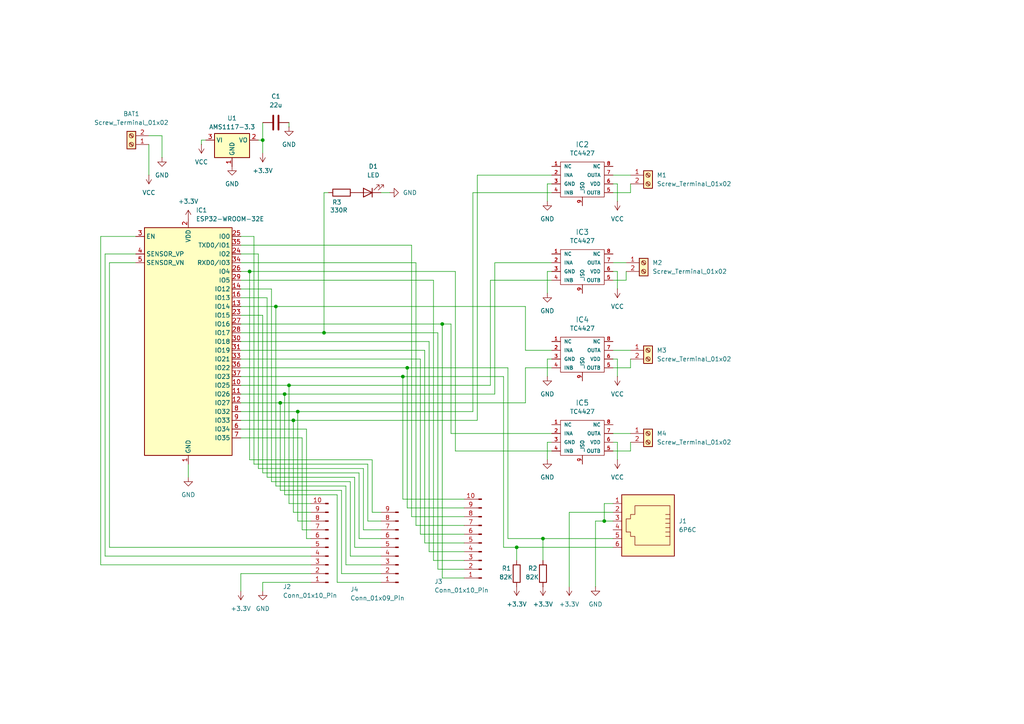
<source format=kicad_sch>
(kicad_sch (version 20231120) (generator "eeschema") (generator_version "8.0")
  (paper "A4")
  (lib_symbols
    (symbol "Connector:6P6C" (pin_names (offset 1.016))
      (property "Reference" "J" (at -5.08 11.43 0))
      (property "Value" "6P6C" (at 2.54 11.43 0))
      (symbol "6P6C_0_1"
        (polyline (pts (xy -6.35 -1.905) (xy -5.08 -1.905) (xy -5.08 -1.905)))
        (polyline (pts (xy -6.35 -0.635) (xy -5.08 -0.635) (xy -5.08 -0.635)))
        (polyline (pts (xy -6.35 0.635) (xy -5.08 0.635) (xy -5.08 0.635)))
        (polyline (pts (xy -6.35 1.905) (xy -5.08 1.905) (xy -5.08 1.905)))
        (polyline (pts (xy -6.35 3.175) (xy -5.08 3.175) (xy -5.08 3.175)))
        (polyline (pts (xy -5.08 4.445) (xy -6.35 4.445) (xy -6.35 4.445)))
        (polyline (pts (xy -6.35 -4.445) (xy -6.35 6.985) (xy 3.81 6.985) (xy 3.81 4.445) (xy 5.08 4.445) (xy 5.08 3.175) (xy 6.35 3.175) (xy 6.35 -0.635) (xy 5.08 -0.635) (xy 5.08 -1.905) (xy 3.81 -1.905) (xy 3.81 -4.445) (xy -6.35 -4.445) (xy -6.35 -4.445)))
        (rectangle (start 7.62 10.16) (end -7.62 -7.62) (stroke (width 0.254)) (fill (type background)))
      )
      (symbol "6P6C_1_1"
        (pin passive line (at 10.16 -5.08 180) (length 2.54) (name "~") (number "1"))
        (pin passive line (at 10.16 -2.54 180) (length 2.54) (name "~") (number "2"))
        (pin passive line (at 10.16 0 180) (length 2.54) (name "~") (number "3"))
        (pin passive line (at 10.16 2.54 180) (length 2.54) (name "~") (number "4"))
        (pin passive line (at 10.16 5.08 180) (length 2.54) (name "~") (number "5"))
        (pin passive line (at 10.16 7.62 180) (length 2.54) (name "~") (number "6"))
      )
    )
    (symbol "Connector:Conn_01x09_Pin" (pin_names (offset 1.016) hide)
      (property "Reference" "J" (at 0 12.7 0))
      (property "Value" "Conn_01x09_Pin" (at 0 -12.7 0))
      (symbol "Conn_01x09_Pin_1_1"
        (polyline (pts (xy 1.27 -10.16) (xy 0.8636 -10.16)) (stroke (width 0.1524)))
        (polyline (pts (xy 1.27 -7.62) (xy 0.8636 -7.62)) (stroke (width 0.1524)))
        (polyline (pts (xy 1.27 -5.08) (xy 0.8636 -5.08)) (stroke (width 0.1524)))
        (polyline (pts (xy 1.27 -2.54) (xy 0.8636 -2.54)) (stroke (width 0.1524)))
        (polyline (pts (xy 1.27 0) (xy 0.8636 0)) (stroke (width 0.1524)))
        (polyline (pts (xy 1.27 2.54) (xy 0.8636 2.54)) (stroke (width 0.1524)))
        (polyline (pts (xy 1.27 5.08) (xy 0.8636 5.08)) (stroke (width 0.1524)))
        (polyline (pts (xy 1.27 7.62) (xy 0.8636 7.62)) (stroke (width 0.1524)))
        (polyline (pts (xy 1.27 10.16) (xy 0.8636 10.16)) (stroke (width 0.1524)))
        (rectangle (start 0.8636 -10.033) (end 0 -10.287) (stroke (width 0.1524)) (fill (type outline)))
        (rectangle (start 0.8636 -7.493) (end 0 -7.747) (stroke (width 0.1524)) (fill (type outline)))
        (rectangle (start 0.8636 -4.953) (end 0 -5.207) (stroke (width 0.1524)) (fill (type outline)))
        (rectangle (start 0.8636 -2.413) (end 0 -2.667) (stroke (width 0.1524)) (fill (type outline)))
        (rectangle (start 0.8636 0.127) (end 0 -0.127) (stroke (width 0.1524)) (fill (type outline)))
        (rectangle (start 0.8636 2.667) (end 0 2.413) (stroke (width 0.1524)) (fill (type outline)))
        (rectangle (start 0.8636 5.207) (end 0 4.953) (stroke (width 0.1524)) (fill (type outline)))
        (rectangle (start 0.8636 7.747) (end 0 7.493) (stroke (width 0.1524)) (fill (type outline)))
        (rectangle (start 0.8636 10.287) (end 0 10.033) (stroke (width 0.1524)) (fill (type outline)))
        (pin passive line (at 5.08 10.16 180) (length 3.81) (name "Pin_1") (number "1"))
        (pin passive line (at 5.08 7.62 180) (length 3.81) (name "Pin_2") (number "2"))
        (pin passive line (at 5.08 5.08 180) (length 3.81) (name "Pin_3") (number "3"))
        (pin passive line (at 5.08 2.54 180) (length 3.81) (name "Pin_4") (number "4"))
        (pin passive line (at 5.08 0 180) (length 3.81) (name "Pin_5") (number "5"))
        (pin passive line (at 5.08 -2.54 180) (length 3.81) (name "Pin_6") (number "6"))
        (pin passive line (at 5.08 -5.08 180) (length 3.81) (name "Pin_7") (number "7"))
        (pin passive line (at 5.08 -7.62 180) (length 3.81) (name "Pin_8") (number "8"))
        (pin passive line (at 5.08 -10.16 180) (length 3.81) (name "Pin_9") (number "9"))
      )
    )
    (symbol "Connector:Conn_01x10_Pin" (pin_names (offset 1.016) hide)
      (property "Reference" "J" (at 0 12.7 0))
      (property "Value" "Conn_01x10_Pin" (at 0 -15.24 0))
      (symbol "Conn_01x10_Pin_1_1"
        (polyline (pts (xy 1.27 -12.7) (xy 0.8636 -12.7)) (stroke (width 0.1524)))
        (polyline (pts (xy 1.27 -10.16) (xy 0.8636 -10.16)) (stroke (width 0.1524)))
        (polyline (pts (xy 1.27 -7.62) (xy 0.8636 -7.62)) (stroke (width 0.1524)))
        (polyline (pts (xy 1.27 -5.08) (xy 0.8636 -5.08)) (stroke (width 0.1524)))
        (polyline (pts (xy 1.27 -2.54) (xy 0.8636 -2.54)) (stroke (width 0.1524)))
        (polyline (pts (xy 1.27 0) (xy 0.8636 0)) (stroke (width 0.1524)))
        (polyline (pts (xy 1.27 2.54) (xy 0.8636 2.54)) (stroke (width 0.1524)))
        (polyline (pts (xy 1.27 5.08) (xy 0.8636 5.08)) (stroke (width 0.1524)))
        (polyline (pts (xy 1.27 7.62) (xy 0.8636 7.62)) (stroke (width 0.1524)))
        (polyline (pts (xy 1.27 10.16) (xy 0.8636 10.16)) (stroke (width 0.1524)))
        (rectangle (start 0.8636 -12.573) (end 0 -12.827) (stroke (width 0.1524)) (fill (type outline)))
        (rectangle (start 0.8636 -10.033) (end 0 -10.287) (stroke (width 0.1524)) (fill (type outline)))
        (rectangle (start 0.8636 -7.493) (end 0 -7.747) (stroke (width 0.1524)) (fill (type outline)))
        (rectangle (start 0.8636 -4.953) (end 0 -5.207) (stroke (width 0.1524)) (fill (type outline)))
        (rectangle (start 0.8636 -2.413) (end 0 -2.667) (stroke (width 0.1524)) (fill (type outline)))
        (rectangle (start 0.8636 0.127) (end 0 -0.127) (stroke (width 0.1524)) (fill (type outline)))
        (rectangle (start 0.8636 2.667) (end 0 2.413) (stroke (width 0.1524)) (fill (type outline)))
        (rectangle (start 0.8636 5.207) (end 0 4.953) (stroke (width 0.1524)) (fill (type outline)))
        (rectangle (start 0.8636 7.747) (end 0 7.493) (stroke (width 0.1524)) (fill (type outline)))
        (rectangle (start 0.8636 10.287) (end 0 10.033) (stroke (width 0.1524)) (fill (type outline)))
        (pin passive line (at 5.08 10.16 180) (length 3.81) (name "Pin_1") (number "1"))
        (pin passive line (at 5.08 -12.7 180) (length 3.81) (name "Pin_10") (number "10"))
        (pin passive line (at 5.08 7.62 180) (length 3.81) (name "Pin_2") (number "2"))
        (pin passive line (at 5.08 5.08 180) (length 3.81) (name "Pin_3") (number "3"))
        (pin passive line (at 5.08 2.54 180) (length 3.81) (name "Pin_4") (number "4"))
        (pin passive line (at 5.08 0 180) (length 3.81) (name "Pin_5") (number "5"))
        (pin passive line (at 5.08 -2.54 180) (length 3.81) (name "Pin_6") (number "6"))
        (pin passive line (at 5.08 -5.08 180) (length 3.81) (name "Pin_7") (number "7"))
        (pin passive line (at 5.08 -7.62 180) (length 3.81) (name "Pin_8") (number "8"))
        (pin passive line (at 5.08 -10.16 180) (length 3.81) (name "Pin_9") (number "9"))
      )
    )
    (symbol "Connector:Screw_Terminal_01x02" (pin_names (offset 1.016) hide)
      (property "Reference" "J" (at 0 2.54 0))
      (property "Value" "Screw_Terminal_01x02" (at 0 -5.08 0))
      (symbol "Screw_Terminal_01x02_1_1"
        (rectangle (start -1.27 1.27) (end 1.27 -3.81) (stroke (width 0.254)) (fill (type background)))
        (circle (center 0 -2.54) (radius 0.635) (stroke (width 0.1524)))
        (polyline (pts (xy -0.5334 -2.2098) (xy 0.3302 -3.048)) (stroke (width 0.1524)))
        (polyline (pts (xy -0.5334 0.3302) (xy 0.3302 -0.508)) (stroke (width 0.1524)))
        (polyline (pts (xy -0.3556 -2.032) (xy 0.508 -2.8702)) (stroke (width 0.1524)))
        (polyline (pts (xy -0.3556 0.508) (xy 0.508 -0.3302)) (stroke (width 0.1524)))
        (circle (center 0 0) (radius 0.635) (stroke (width 0.1524)))
        (pin passive line (at -5.08 0 0) (length 3.81) (name "Pin_1") (number "1"))
        (pin passive line (at -5.08 -2.54 0) (length 3.81) (name "Pin_2") (number "2"))
      )
    )
    (symbol "Device:C" (pin_numbers hide) (pin_names (offset 0.254))
      (property "Reference" "C" (at 0.635 2.54 0))
      (property "Value" "C" (at 0.635 -2.54 0))
      (symbol "C_0_1"
        (polyline (pts (xy -2.032 -0.762) (xy 2.032 -0.762)) (stroke (width 0.508)))
        (polyline (pts (xy -2.032 0.762) (xy 2.032 0.762)) (stroke (width 0.508)))
      )
      (symbol "C_1_1"
        (pin passive line (at 0 3.81 270) (length 2.794) (name "~") (number "1"))
        (pin passive line (at 0 -3.81 90) (length 2.794) (name "~") (number "2"))
      )
    )
    (symbol "Device:LED" (pin_numbers hide) (pin_names (offset 1.016) hide)
      (property "Reference" "D" (at 0 2.54 0))
      (property "Value" "LED" (at 0 -2.54 0))
      (symbol "LED_0_1"
        (polyline (pts (xy -1.27 -1.27) (xy -1.27 1.27)) (stroke (width 0.254)))
        (polyline (pts (xy -1.27 0) (xy 1.27 0)))
        (polyline (pts (xy 1.27 -1.27) (xy 1.27 1.27) (xy -1.27 0) (xy 1.27 -1.27)) (stroke (width 0.254)))
        (polyline (pts (xy -3.048 -0.762) (xy -4.572 -2.286) (xy -3.81 -2.286) (xy -4.572 -2.286) (xy -4.572 -1.524)))
        (polyline (pts (xy -1.778 -0.762) (xy -3.302 -2.286) (xy -2.54 -2.286) (xy -3.302 -2.286) (xy -3.302 -1.524)))
      )
      (symbol "LED_1_1"
        (pin passive line (at -3.81 0 0) (length 2.54) (name "K") (number "1"))
        (pin passive line (at 3.81 0 180) (length 2.54) (name "A") (number "2"))
      )
    )
    (symbol "Device:R" (pin_numbers hide) (pin_names (offset 0))
      (property "Reference" "R" (at 2.032 0 90))
      (property "Value" "R" (at 0 0 90))
      (symbol "R_0_1"
        (rectangle (start -1.016 -2.54) (end 1.016 2.54) (stroke (width 0.254)))
      )
      (symbol "R_1_1"
        (pin passive line (at 0 3.81 270) (length 1.27) (name "~") (number "1"))
        (pin passive line (at 0 -3.81 90) (length 1.27) (name "~") (number "2"))
      )
    )
    (symbol "RF_Module:ESP32-WROOM-32E"
      (property "Reference" "U" (at -12.7 34.29 0))
      (property "Value" "ESP32-WROOM-32E" (at 1.27 34.29 0))
      (symbol "ESP32-WROOM-32E_0_1"
        (rectangle (start -12.7 33.02) (end 12.7 -33.02) (stroke (width 0.254)) (fill (type background)))
      )
      (symbol "ESP32-WROOM-32E_1_1"
        (pin power_in line (at 0 -35.56 90) (length 2.54) (name "GND") (number "1"))
        (pin bidirectional line (at 15.24 -12.7 180) (length 2.54) (name "IO25") (number "10"))
        (pin bidirectional line (at 15.24 -15.24 180) (length 2.54) (name "IO26") (number "11"))
        (pin bidirectional line (at 15.24 -17.78 180) (length 2.54) (name "IO27") (number "12"))
        (pin bidirectional line (at 15.24 10.16 180) (length 2.54) (name "IO14") (number "13"))
        (pin bidirectional line (at 15.24 15.24 180) (length 2.54) (name "IO12") (number "14"))
        (pin passive line (at 0 -35.56 90) (length 2.54) hide (name "GND") (number "15"))
        (pin bidirectional line (at 15.24 12.7 180) (length 2.54) (name "IO13") (number "16"))
        (pin no_connect line (at -12.7 -5.08 0) (length 2.54) hide (name "NC") (number "17"))
        (pin no_connect line (at -12.7 -7.62 0) (length 2.54) hide (name "NC") (number "18"))
        (pin no_connect line (at -12.7 -12.7 0) (length 2.54) hide (name "NC") (number "19"))
        (pin power_in line (at 0 35.56 270) (length 2.54) (name "VDD") (number "2"))
        (pin no_connect line (at -12.7 -10.16 0) (length 2.54) hide (name "NC") (number "20"))
        (pin no_connect line (at -12.7 0 0) (length 2.54) hide (name "NC") (number "21"))
        (pin no_connect line (at -12.7 -2.54 0) (length 2.54) hide (name "NC") (number "22"))
        (pin bidirectional line (at 15.24 7.62 180) (length 2.54) (name "IO15") (number "23"))
        (pin bidirectional line (at 15.24 25.4 180) (length 2.54) (name "IO2") (number "24"))
        (pin bidirectional line (at 15.24 30.48 180) (length 2.54) (name "IO0") (number "25"))
        (pin bidirectional line (at 15.24 20.32 180) (length 2.54) (name "IO4") (number "26"))
        (pin bidirectional line (at 15.24 5.08 180) (length 2.54) (name "IO16") (number "27"))
        (pin bidirectional line (at 15.24 2.54 180) (length 2.54) (name "IO17") (number "28"))
        (pin bidirectional line (at 15.24 17.78 180) (length 2.54) (name "IO5") (number "29"))
        (pin input line (at -15.24 30.48 0) (length 2.54) (name "EN") (number "3"))
        (pin bidirectional line (at 15.24 0 180) (length 2.54) (name "IO18") (number "30"))
        (pin bidirectional line (at 15.24 -2.54 180) (length 2.54) (name "IO19") (number "31"))
        (pin no_connect line (at -12.7 -27.94 0) (length 2.54) hide (name "NC") (number "32"))
        (pin bidirectional line (at 15.24 -5.08 180) (length 2.54) (name "IO21") (number "33"))
        (pin bidirectional line (at 15.24 22.86 180) (length 2.54) (name "RXD0/IO3") (number "34"))
        (pin bidirectional line (at 15.24 27.94 180) (length 2.54) (name "TXD0/IO1") (number "35"))
        (pin bidirectional line (at 15.24 -7.62 180) (length 2.54) (name "IO22") (number "36"))
        (pin bidirectional line (at 15.24 -10.16 180) (length 2.54) (name "IO23") (number "37"))
        (pin passive line (at 0 -35.56 90) (length 2.54) hide (name "GND") (number "38"))
        (pin passive line (at 0 -35.56 90) (length 2.54) hide (name "GND") (number "39"))
        (pin input line (at -15.24 25.4 0) (length 2.54) (name "SENSOR_VP") (number "4"))
        (pin input line (at -15.24 22.86 0) (length 2.54) (name "SENSOR_VN") (number "5"))
        (pin input line (at 15.24 -25.4 180) (length 2.54) (name "IO34") (number "6"))
        (pin input line (at 15.24 -27.94 180) (length 2.54) (name "IO35") (number "7"))
        (pin bidirectional line (at 15.24 -20.32 180) (length 2.54) (name "IO32") (number "8"))
        (pin bidirectional line (at 15.24 -22.86 180) (length 2.54) (name "IO33") (number "9"))
      )
    )
    (symbol "Regulator_Linear:AMS1117-3.3"
      (property "Reference" "U" (at -3.81 3.175 0))
      (property "Value" "AMS1117-3.3" (at 0 3.175 0))
      (symbol "AMS1117-3.3_0_1"
        (rectangle (start -5.08 -5.08) (end 5.08 1.905) (stroke (width 0.254)) (fill (type background)))
      )
      (symbol "AMS1117-3.3_1_1"
        (pin power_in line (at 0 -7.62 90) (length 2.54) (name "GND") (number "1"))
        (pin power_out line (at 7.62 0 180) (length 2.54) (name "VO") (number "2"))
        (pin power_in line (at -7.62 0 0) (length 2.54) (name "VI") (number "3"))
      )
    )
    (symbol "power:+3.3V" (power) (pin_numbers hide) (pin_names (offset 0) hide)
      (property "Value" "+3.3V" (at 0 3.556 0))
      (symbol "+3.3V_0_1"
        (polyline (pts (xy -0.762 1.27) (xy 0 2.54)))
        (polyline (pts (xy 0 0) (xy 0 2.54)))
        (polyline (pts (xy 0 2.54) (xy 0.762 1.27)))
      )
      (symbol "+3.3V_1_1"
        (pin power_in line (at 0 0 90) (length 0) (name "~") (number "1"))
      )
    )
    (symbol "power:GND" (power) (pin_numbers hide) (pin_names (offset 0) hide)
      (property "Value" "GND" (at 0 -3.81 0))
      (symbol "GND_0_1"
        (polyline (pts (xy 0 0) (xy 0 -1.27) (xy 1.27 -1.27) (xy 0 -2.54) (xy -1.27 -1.27) (xy 0 -1.27)))
      )
      (symbol "GND_1_1"
        (pin power_in line (at 0 0 270) (length 0) (name "~") (number "1"))
      )
    )
    (symbol "power:VCC" (power) (pin_numbers hide) (pin_names (offset 0) hide)
      (property "Value" "VCC" (at 0 3.556 0))
      (symbol "VCC_0_1"
        (polyline (pts (xy -0.762 1.27) (xy 0 2.54)))
        (polyline (pts (xy 0 0) (xy 0 2.54)))
        (polyline (pts (xy 0 2.54) (xy 0.762 1.27)))
      )
      (symbol "VCC_1_1"
        (pin power_in line (at 0 0 90) (length 0) (name "~") (number "1"))
      )
    )
    (symbol "tc4427:TC4427" (pin_names (offset 1.016))
      (property "Reference" "U" (at 0 6.35 0))
      (property "Value" "TC4427" (at 3.81 -6.35 0))
      (symbol "TC4427_0_1"
        (rectangle (start -6.35 5.08) (end 6.35 -5.08))
      )
      (symbol "TC4427_1_1"
        (pin passive line (at -8.89 3.81 0) (length 2.54) (name "NC") (number "1"))
        (pin passive line (at -8.89 1.27 0) (length 2.54) (name "INA") (number "2"))
        (pin passive line (at -8.89 -1.27 0) (length 2.54) (name "GND") (number "3"))
        (pin passive line (at -8.89 -3.81 0) (length 2.54) (name "INB") (number "4"))
        (pin passive line (at 8.89 -3.81 180) (length 2.54) (name "OUTB") (number "5"))
        (pin passive line (at 8.89 -1.27 180) (length 2.54) (name "VDD") (number "6"))
        (pin passive line (at 8.89 1.27 180) (length 2.54) (name "OUTA") (number "7"))
        (pin passive line (at 8.89 3.81 180) (length 2.54) (name "NC") (number "8"))
        (pin passive line (at 0 -7.62 90) (length 2.54) (name "_ISO") (number "9"))
      )
    )
  )
  (junction (at 76.2 40.64))
  (junction (at 116.84 109.22))
  (junction (at 175.26 151.13))
  (junction (at 83.82 111.76))
  (junction (at 72.39 78.74))
  (junction (at 118.11 106.68))
  (junction (at 157.48 156.21))
  (junction (at 149.86 158.75))
  (junction (at 81.28 116.84))
  (junction (at 85.09 121.92))
  (junction (at 80.01 88.9))
  (junction (at 128.27 93.98))
  (junction (at 93.98 96.52))
  (junction (at 82.55 114.3))
  (junction (at 86.36 119.38))
  (wire (pts (xy 179.07 58.42) (xy 179.07 53.34)))
  (wire (pts (xy 106.68 134.62) (xy 106.68 151.13)))
  (wire (pts (xy 30.48 73.66) (xy 30.48 161.29)))
  (wire (pts (xy 177.8 76.2) (xy 181.61 76.2)))
  (wire (pts (xy 177.8 106.68) (xy 182.88 106.68)))
  (wire (pts (xy 182.88 55.88) (xy 182.88 53.34)))
  (wire (pts (xy 104.14 156.21) (xy 110.49 156.21)))
  (wire (pts (xy 76.2 91.44) (xy 76.2 137.16)))
  (wire (pts (xy 69.85 124.46) (xy 88.9 124.46)))
  (wire (pts (xy 99.06 142.24) (xy 99.06 166.37)))
  (wire (pts (xy 69.85 106.68) (xy 118.11 106.68)))
  (wire (pts (xy 69.85 68.58) (xy 73.66 68.58)))
  (wire (pts (xy 69.85 114.3) (xy 82.55 114.3)))
  (wire (pts (xy 123.19 101.6) (xy 123.19 157.48)))
  (wire (pts (xy 104.14 137.16) (xy 104.14 156.21)))
  (wire (pts (xy 119.38 149.86) (xy 134.62 149.86)))
  (wire (pts (xy 90.17 163.83) (xy 29.21 163.83)))
  (wire (pts (xy 69.85 96.52) (xy 93.98 96.52)))
  (wire (pts (xy 39.37 73.66) (xy 30.48 73.66)))
  (wire (pts (xy 101.6 161.29) (xy 110.49 161.29)))
  (wire (pts (xy 179.07 109.22) (xy 179.07 104.14)))
  (wire (pts (xy 128.27 93.98) (xy 130.81 93.98)))
  (wire (pts (xy 110.49 55.88) (xy 113.03 55.88)))
  (wire (pts (xy 165.1 148.59) (xy 177.8 148.59)))
  (wire (pts (xy 58.42 40.64) (xy 58.42 41.91)))
  (wire (pts (xy 158.75 78.74) (xy 158.75 85.09)))
  (wire (pts (xy 177.8 151.13) (xy 175.26 151.13)))
  (wire (pts (xy 134.62 160.02) (xy 124.46 160.02)))
  (wire (pts (xy 69.85 101.6) (xy 123.19 101.6)))
  (wire (pts (xy 83.82 111.76) (xy 142.24 111.76)))
  (wire (pts (xy 107.95 148.59) (xy 107.95 133.35)))
  (wire (pts (xy 100.33 163.83) (xy 110.49 163.83)))
  (wire (pts (xy 157.48 156.21) (xy 157.48 162.56)))
  (wire (pts (xy 80.01 140.97) (xy 100.33 140.97)))
  (wire (pts (xy 158.75 104.14) (xy 158.75 109.22)))
  (wire (pts (xy 138.43 50.8) (xy 160.02 50.8)))
  (wire (pts (xy 110.49 148.59) (xy 107.95 148.59)))
  (wire (pts (xy 160.02 53.34) (xy 158.75 53.34)))
  (wire (pts (xy 134.62 167.64) (xy 128.27 167.64)))
  (wire (pts (xy 29.21 68.58) (xy 39.37 68.58)))
  (wire (pts (xy 152.4 106.68) (xy 152.4 116.84)))
  (wire (pts (xy 87.63 127) (xy 87.63 153.67)))
  (wire (pts (xy 137.16 119.38) (xy 137.16 55.88)))
  (wire (pts (xy 147.32 156.21) (xy 157.48 156.21)))
  (wire (pts (xy 30.48 161.29) (xy 90.17 161.29)))
  (wire (pts (xy 86.36 151.13) (xy 90.17 151.13)))
  (wire (pts (xy 69.85 91.44) (xy 76.2 91.44)))
  (wire (pts (xy 134.62 157.48) (xy 123.19 157.48)))
  (wire (pts (xy 69.85 121.92) (xy 85.09 121.92)))
  (wire (pts (xy 138.43 50.8) (xy 138.43 121.92)))
  (wire (pts (xy 124.46 99.06) (xy 124.46 160.02)))
  (wire (pts (xy 147.32 156.21) (xy 147.32 106.68)))
  (wire (pts (xy 85.09 121.92) (xy 85.09 148.59)))
  (wire (pts (xy 142.24 81.28) (xy 142.24 111.76)))
  (wire (pts (xy 105.41 153.67) (xy 110.49 153.67)))
  (wire (pts (xy 86.36 119.38) (xy 86.36 151.13)))
  (wire (pts (xy 179.07 53.34) (xy 177.8 53.34)))
  (wire (pts (xy 90.17 168.91) (xy 76.2 168.91)))
  (wire (pts (xy 106.68 151.13) (xy 110.49 151.13)))
  (wire (pts (xy 43.18 41.91) (xy 43.18 50.8)))
  (wire (pts (xy 182.88 130.81) (xy 182.88 128.27)))
  (wire (pts (xy 119.38 71.12) (xy 119.38 149.86)))
  (wire (pts (xy 177.8 130.81) (xy 182.88 130.81)))
  (wire (pts (xy 160.02 78.74) (xy 158.75 78.74)))
  (wire (pts (xy 158.75 128.27) (xy 158.75 133.35)))
  (wire (pts (xy 121.92 154.94) (xy 121.92 104.14)))
  (wire (pts (xy 29.21 163.83) (xy 29.21 68.58)))
  (wire (pts (xy 149.86 158.75) (xy 177.8 158.75)))
  (wire (pts (xy 76.2 168.91) (xy 76.2 171.45)))
  (wire (pts (xy 179.07 104.14) (xy 177.8 104.14)))
  (wire (pts (xy 116.84 144.78) (xy 134.62 144.78)))
  (wire (pts (xy 69.85 73.66) (xy 74.93 73.66)))
  (wire (pts (xy 69.85 86.36) (xy 77.47 86.36)))
  (wire (pts (xy 72.39 133.35) (xy 72.39 78.74)))
  (wire (pts (xy 83.82 36.83) (xy 83.82 35.56)))
  (wire (pts (xy 54.61 138.43) (xy 54.61 134.62)))
  (wire (pts (xy 143.51 76.2) (xy 143.51 114.3)))
  (wire (pts (xy 143.51 76.2) (xy 160.02 76.2)))
  (wire (pts (xy 177.8 101.6) (xy 182.88 101.6)))
  (wire (pts (xy 179.07 133.35) (xy 179.07 128.27)))
  (wire (pts (xy 147.32 106.68) (xy 118.11 106.68)))
  (wire (pts (xy 43.18 39.37) (xy 46.99 39.37)))
  (wire (pts (xy 182.88 106.68) (xy 182.88 104.14)))
  (wire (pts (xy 69.85 109.22) (xy 116.84 109.22)))
  (wire (pts (xy 78.74 83.82) (xy 69.85 83.82)))
  (wire (pts (xy 93.98 55.88) (xy 95.25 55.88)))
  (wire (pts (xy 127 96.52) (xy 93.98 96.52)))
  (wire (pts (xy 39.37 76.2) (xy 31.75 76.2)))
  (wire (pts (xy 137.16 55.88) (xy 160.02 55.88)))
  (wire (pts (xy 160.02 106.68) (xy 152.4 106.68)))
  (wire (pts (xy 179.07 78.74) (xy 177.8 78.74)))
  (wire (pts (xy 160.02 104.14) (xy 158.75 104.14)))
  (wire (pts (xy 134.62 162.56) (xy 125.73 162.56)))
  (wire (pts (xy 121.92 104.14) (xy 69.85 104.14)))
  (wire (pts (xy 172.72 151.13) (xy 175.26 151.13)))
  (wire (pts (xy 177.8 81.28) (xy 181.61 81.28)))
  (wire (pts (xy 179.07 83.82) (xy 179.07 78.74)))
  (wire (pts (xy 142.24 81.28) (xy 160.02 81.28)))
  (wire (pts (xy 146.05 109.22) (xy 116.84 109.22)))
  (wire (pts (xy 125.73 162.56) (xy 125.73 81.28)))
  (wire (pts (xy 85.09 148.59) (xy 90.17 148.59)))
  (wire (pts (xy 99.06 166.37) (xy 110.49 166.37)))
  (wire (pts (xy 177.8 55.88) (xy 182.88 55.88)))
  (wire (pts (xy 83.82 111.76) (xy 83.82 146.05)))
  (wire (pts (xy 69.85 119.38) (xy 86.36 119.38)))
  (wire (pts (xy 130.81 125.73) (xy 160.02 125.73)))
  (wire (pts (xy 76.2 44.45) (xy 76.2 40.64)))
  (wire (pts (xy 78.74 139.7) (xy 101.6 139.7)))
  (wire (pts (xy 177.8 50.8) (xy 182.88 50.8)))
  (wire (pts (xy 69.85 76.2) (xy 120.65 76.2)))
  (wire (pts (xy 77.47 86.36) (xy 77.47 138.43)))
  (wire (pts (xy 81.28 116.84) (xy 152.4 116.84)))
  (wire (pts (xy 105.41 135.89) (xy 105.41 153.67)))
  (wire (pts (xy 175.26 146.05) (xy 177.8 146.05)))
  (wire (pts (xy 128.27 167.64) (xy 128.27 93.98)))
  (wire (pts (xy 88.9 124.46) (xy 88.9 156.21)))
  (wire (pts (xy 58.42 40.64) (xy 59.69 40.64)))
  (wire (pts (xy 97.79 168.91) (xy 110.49 168.91)))
  (wire (pts (xy 69.85 88.9) (xy 80.01 88.9)))
  (wire (pts (xy 80.01 88.9) (xy 152.4 88.9)))
  (wire (pts (xy 86.36 119.38) (xy 137.16 119.38)))
  (wire (pts (xy 175.26 151.13) (xy 175.26 146.05)))
  (wire (pts (xy 69.85 166.37) (xy 69.85 171.45)))
  (wire (pts (xy 87.63 153.67) (xy 90.17 153.67)))
  (wire (pts (xy 76.2 137.16) (xy 104.14 137.16)))
  (wire (pts (xy 177.8 125.73) (xy 182.88 125.73)))
  (wire (pts (xy 125.73 81.28) (xy 69.85 81.28)))
  (wire (pts (xy 134.62 165.1) (xy 127 165.1)))
  (wire (pts (xy 69.85 78.74) (xy 72.39 78.74)))
  (wire (pts (xy 152.4 101.6) (xy 152.4 88.9)))
  (wire (pts (xy 101.6 139.7) (xy 101.6 161.29)))
  (wire (pts (xy 81.28 116.84) (xy 81.28 142.24)))
  (wire (pts (xy 157.48 156.21) (xy 177.8 156.21)))
  (wire (pts (xy 74.93 73.66) (xy 74.93 135.89)))
  (wire (pts (xy 69.85 71.12) (xy 119.38 71.12)))
  (wire (pts (xy 100.33 140.97) (xy 100.33 163.83)))
  (wire (pts (xy 116.84 109.22) (xy 116.84 144.78)))
  (wire (pts (xy 132.08 130.81) (xy 160.02 130.81)))
  (wire (pts (xy 80.01 88.9) (xy 80.01 140.97)))
  (wire (pts (xy 72.39 78.74) (xy 132.08 78.74)))
  (wire (pts (xy 82.55 114.3) (xy 143.51 114.3)))
  (wire (pts (xy 74.93 135.89) (xy 105.41 135.89)))
  (wire (pts (xy 83.82 146.05) (xy 90.17 146.05)))
  (wire (pts (xy 149.86 158.75) (xy 149.86 162.56)))
  (wire (pts (xy 93.98 96.52) (xy 93.98 55.88)))
  (wire (pts (xy 82.55 143.51) (xy 97.79 143.51)))
  (wire (pts (xy 81.28 142.24) (xy 99.06 142.24)))
  (wire (pts (xy 181.61 81.28) (xy 181.61 78.74)))
  (wire (pts (xy 124.46 99.06) (xy 69.85 99.06)))
  (wire (pts (xy 118.11 147.32) (xy 134.62 147.32)))
  (wire (pts (xy 76.2 35.56) (xy 76.2 40.64)))
  (wire (pts (xy 107.95 133.35) (xy 72.39 133.35)))
  (wire (pts (xy 179.07 128.27) (xy 177.8 128.27)))
  (wire (pts (xy 73.66 68.58) (xy 73.66 134.62)))
  (wire (pts (xy 132.08 78.74) (xy 132.08 130.81)))
  (wire (pts (xy 134.62 154.94) (xy 121.92 154.94)))
  (wire (pts (xy 130.81 93.98) (xy 130.81 125.73)))
  (wire (pts (xy 90.17 156.21) (xy 88.9 156.21)))
  (wire (pts (xy 46.99 39.37) (xy 46.99 45.72)))
  (wire (pts (xy 69.85 127) (xy 87.63 127)))
  (wire (pts (xy 76.2 40.64) (xy 74.93 40.64)))
  (wire (pts (xy 172.72 170.18) (xy 172.72 151.13)))
  (wire (pts (xy 146.05 158.75) (xy 146.05 109.22)))
  (wire (pts (xy 82.55 114.3) (xy 82.55 143.51)))
  (wire (pts (xy 31.75 158.75) (xy 90.17 158.75)))
  (wire (pts (xy 160.02 128.27) (xy 158.75 128.27)))
  (wire (pts (xy 146.05 158.75) (xy 149.86 158.75)))
  (wire (pts (xy 69.85 93.98) (xy 128.27 93.98)))
  (wire (pts (xy 102.87 158.75) (xy 110.49 158.75)))
  (wire (pts (xy 69.85 116.84) (xy 81.28 116.84)))
  (wire (pts (xy 102.87 138.43) (xy 102.87 158.75)))
  (wire (pts (xy 120.65 152.4) (xy 134.62 152.4)))
  (wire (pts (xy 127 165.1) (xy 127 96.52)))
  (wire (pts (xy 97.79 143.51) (xy 97.79 168.91)))
  (wire (pts (xy 73.66 134.62) (xy 106.68 134.62)))
  (wire (pts (xy 85.09 121.92) (xy 138.43 121.92)))
  (wire (pts (xy 165.1 170.18) (xy 165.1 148.59)))
  (wire (pts (xy 158.75 53.34) (xy 158.75 58.42)))
  (wire (pts (xy 118.11 106.68) (xy 118.11 147.32)))
  (wire (pts (xy 160.02 101.6) (xy 152.4 101.6)))
  (wire (pts (xy 77.47 138.43) (xy 102.87 138.43)))
  (wire (pts (xy 31.75 76.2) (xy 31.75 158.75)))
  (wire (pts (xy 78.74 83.82) (xy 78.74 139.7)))
  (wire (pts (xy 69.85 111.76) (xy 83.82 111.76)))
  (wire (pts (xy 90.17 166.37) (xy 69.85 166.37)))
  (wire (pts (xy 120.65 76.2) (xy 120.65 152.4)))
  (symbol (lib_id "power:GND") (at 76.2 171.45 0) (unit 1)
    (property "Reference" "#PWR022" (effects (hide yes)))
    (property "Value" "GND" (at 76.2 176.53 0))
    (property "Description" "Power symbol creates a global label with name \"GND\" , ground" (effects (hide yes)))
  )
  (symbol (lib_id "Device:R") (at 99.06 55.88 90) (unit 1)
    (property "Reference" "R3" (at 99.06 58.674 90) (effects (justify left)))
    (property "Value" "330R" (at 100.838 60.96 90) (effects (justify left)))
    (property "Footprint" "Resistor_SMD:R_1206_3216Metric_Pad1.30x1.75mm_HandSolder" (effects (hide yes)))
    (property "Description" "Resistor" (effects (hide yes)))
  )
  (symbol (lib_id "power:GND") (at 158.75 58.42 0) (unit 1)
    (property "Reference" "#PWR08" (effects (hide yes)))
    (property "Value" "GND" (at 158.75 63.5 0))
    (property "Description" "Power symbol creates a global label with name \"GND\" , ground" (effects (hide yes)))
  )
  (symbol (lib_id "power:GND") (at 46.99 45.72 0) (unit 1)
    (property "Reference" "#PWR016" (effects (hide yes)))
    (property "Value" "GND" (at 46.99 50.8 0))
    (property "Description" "Power symbol creates a global label with name \"GND\" , ground" (effects (hide yes)))
  )
  (symbol (lib_id "Connector:Screw_Terminal_01x02") (at 187.96 125.73 0) (unit 1)
    (property "Reference" "M4" (at 190.5 125.7299 0) (effects (justify left)))
    (property "Value" "Screw_Terminal_01x02" (at 190.5 128.2699 0) (effects (justify left)))
    (property "Footprint" "TerminalBlock_MetzConnect:TerminalBlock_MetzConnect_Type055_RT01502HDWU_1x02_P5.00mm_Horizontal" (effects (hide yes)))
    (property "Description" "Generic screw terminal, single row, 01x02, script generated (kicad-library-utils/schlib/autogen/connector/)" (effects (hide yes)))
  )
  (symbol (lib_id "power:VCC") (at 43.18 50.8 180) (unit 1)
    (property "Reference" "#PWR015" (effects (hide yes)))
    (property "Value" "VCC" (at 43.18 55.88 0))
    (property "Description" "Power symbol creates a global label with name \"VCC\"" (effects (hide yes)))
  )
  (symbol (lib_id "power:+3.3V") (at 69.85 171.45 180) (unit 1)
    (property "Reference" "#PWR023" (effects (hide yes)))
    (property "Value" "+3.3V" (at 69.85 176.53 0))
    (property "Description" "Power symbol creates a global label with name \"+3.3V\"" (effects (hide yes)))
  )
  (symbol (lib_id "power:VCC") (at 179.07 109.22 180) (unit 1)
    (property "Reference" "#PWR019" (effects (hide yes)))
    (property "Value" "VCC" (at 179.07 114.3 0))
    (property "Description" "Power symbol creates a global label with name \"VCC\"" (effects (hide yes)))
  )
  (symbol (lib_id "power:+3.3V") (at 149.86 170.18 180) (unit 1)
    (property "Reference" "#PWR04" (effects (hide yes)))
    (property "Value" "+3.3V" (at 149.86 175.26 0))
    (property "Description" "Power symbol creates a global label with name \"+3.3V\"" (effects (hide yes)))
  )
  (symbol (lib_id "power:VCC") (at 179.07 58.42 180) (unit 1)
    (property "Reference" "#PWR017" (effects (hide yes)))
    (property "Value" "VCC" (at 179.07 63.5 0))
    (property "Description" "Power symbol creates a global label with name \"VCC\"" (effects (hide yes)))
  )
  (symbol (lib_id "power:VCC") (at 179.07 83.82 180) (unit 1)
    (property "Reference" "#PWR018" (effects (hide yes)))
    (property "Value" "VCC" (at 179.07 88.9 0))
    (property "Description" "Power symbol creates a global label with name \"VCC\"" (effects (hide yes)))
  )
  (symbol (lib_id "power:GND") (at 54.61 138.43 0) (unit 1)
    (property "Reference" "#PWR01" (effects (hide yes)))
    (property "Value" "GND" (at 54.61 143.51 0))
    (property "Description" "Power symbol creates a global label with name \"GND\" , ground" (effects (hide yes)))
  )
  (symbol (lib_id "Connector:Conn_01x10_Pin") (at 95.25 158.75 180) (unit 1)
    (property "Reference" "J2" (at 82.042 170.18 0) (effects (justify right)))
    (property "Value" "Conn_01x10_Pin" (at 82.042 172.72 0) (effects (justify right)))
    (property "Footprint" "Connector_PinHeader_2.54mm:PinHeader_1x10_P2.54mm_Vertical" (effects (hide yes)))
    (property "Description" "Generic connector, single row, 01x10, script generated" (effects (hide yes)))
  )
  (symbol (lib_id "power:+3.3V") (at 76.2 44.45 180) (unit 1)
    (property "Reference" "#PWR013" (effects (hide yes)))
    (property "Value" "+3.3V" (at 76.2 49.53 0))
    (property "Description" "Power symbol creates a global label with name \"+3.3V\"" (effects (hide yes)))
  )
  (symbol (lib_id "power:GND") (at 67.31 48.26 0) (unit 1)
    (property "Reference" "#PWR012" (effects (hide yes)))
    (property "Value" "GND" (at 67.31 53.34 0))
    (property "Description" "Power symbol creates a global label with name \"GND\" , ground" (effects (hide yes)))
  )
  (symbol (lib_id "Connector:Screw_Terminal_01x02") (at 186.69 76.2 0) (unit 1)
    (property "Reference" "M2" (at 189.23 76.1999 0) (effects (justify left)))
    (property "Value" "Screw_Terminal_01x02" (at 189.23 78.7399 0) (effects (justify left)))
    (property "Footprint" "TerminalBlock_MetzConnect:TerminalBlock_MetzConnect_Type055_RT01502HDWU_1x02_P5.00mm_Horizontal" (effects (hide yes)))
    (property "Description" "Generic screw terminal, single row, 01x02, script generated (kicad-library-utils/schlib/autogen/connector/)" (effects (hide yes)))
  )
  (symbol (lib_id "Device:C") (at 80.01 35.56 90) (unit 1)
    (property "Reference" "C1" (at 80.01 27.94 90))
    (property "Value" "22u" (at 80.01 30.48 90))
    (property "Footprint" "Capacitor_SMD:C_1206_3216Metric_Pad1.33x1.80mm_HandSolder" (effects (hide yes)))
    (property "Description" "Unpolarized capacitor" (effects (hide yes)))
  )
  (symbol (lib_id "Device:R") (at 149.86 166.37 0) (unit 1)
    (property "Reference" "R1" (at 145.542 164.846 0) (effects (justify left)))
    (property "Value" "82K" (at 144.78 167.386 0) (effects (justify left)))
    (property "Footprint" "Resistor_SMD:R_1206_3216Metric_Pad1.30x1.75mm_HandSolder" (effects (hide yes)))
    (property "Description" "Resistor" (effects (hide yes)))
  )
  (symbol (lib_id "tc4427:TC4427") (at 168.91 102.87 0) (unit 1)
    (property "Reference" "IC4" (at 168.91 92.71 0) (effects (font (size 1.524 1.524))))
    (property "Value" "TC4427" (at 168.91 95.25 0))
    (property "Footprint" "Package_SO:SOIC-8_3.9x4.9mm_P1.27mm" (effects (hide yes)))
  )
  (symbol (lib_id "Connector:Conn_01x09_Pin") (at 115.57 158.75 180) (unit 1)
    (property "Reference" "J4" (at 101.6 170.942 0) (effects (justify right)))
    (property "Value" "Conn_01x09_Pin" (at 101.6 173.482 0) (effects (justify right)))
    (property "Footprint" "Connector_PinHeader_2.54mm:PinHeader_1x09_P2.54mm_Vertical" (effects (hide yes)))
    (property "Description" "Generic connector, single row, 01x09, script generated" (effects (hide yes)))
  )
  (symbol (lib_id "power:+3.3V") (at 54.61 63.5 0) (unit 1)
    (property "Reference" "#PWR02" (effects (hide yes)))
    (property "Value" "+3.3V" (at 54.61 58.42 0))
    (property "Description" "Power symbol creates a global label with name \"+3.3V\"" (effects (hide yes)))
  )
  (symbol (lib_id "Connector:Screw_Terminal_01x02") (at 187.96 50.8 0) (unit 1)
    (property "Reference" "M1" (at 190.5 50.7999 0) (effects (justify left)))
    (property "Value" "Screw_Terminal_01x02" (at 190.5 53.3399 0) (effects (justify left)))
    (property "Footprint" "TerminalBlock_MetzConnect:TerminalBlock_MetzConnect_Type055_RT01502HDWU_1x02_P5.00mm_Horizontal" (effects (hide yes)))
    (property "Description" "Generic screw terminal, single row, 01x02, script generated (kicad-library-utils/schlib/autogen/connector/)" (effects (hide yes)))
  )
  (symbol (lib_id "power:VCC") (at 179.07 133.35 180) (unit 1)
    (property "Reference" "#PWR020" (effects (hide yes)))
    (property "Value" "VCC" (at 179.07 138.43 0))
    (property "Description" "Power symbol creates a global label with name \"VCC\"" (effects (hide yes)))
  )
  (symbol (lib_id "power:VCC") (at 58.42 41.91 180) (unit 1)
    (property "Reference" "#PWR011" (effects (hide yes)))
    (property "Value" "VCC" (at 58.42 46.99 0))
    (property "Description" "Power symbol creates a global label with name \"VCC\"" (effects (hide yes)))
  )
  (symbol (lib_id "Device:LED") (at 106.68 55.88 180) (unit 1)
    (property "Reference" "D1" (at 108.2675 48.26 0))
    (property "Value" "LED" (at 108.2675 50.8 0))
    (property "Footprint" "LED_SMD:LED_1206_3216Metric_Pad1.42x1.75mm_HandSolder" (effects (hide yes)))
    (property "Description" "Light emitting diode" (effects (hide yes)))
  )
  (symbol (lib_id "RF_Module:ESP32-WROOM-32E") (at 54.61 99.06 0) (unit 1)
    (property "Reference" "IC1" (at 56.8041 60.96 0) (effects (justify left)))
    (property "Value" "ESP32-WROOM-32E" (at 56.8041 63.5 0) (effects (justify left)))
    (property "Footprint" "ESP_library:ESP32-WROOM-32E-SMALL-KEEPOUT" (effects (hide yes)))
    (property "Datasheet" "https://www.espressif.com/sites/default/files/documentation/esp32-wroom-32e_esp32-wroom-32ue_datasheet_en.pdf" (effects (hide yes)))
    (property "Description" "RF Module, ESP32-D0WD-V3 SoC, without PSRAM, Wi-Fi 802.11b/g/n, Bluetooth, BLE, 32-bit, 2.7-3.6V, onboard antenna, SMD" (effects (hide yes)))
  )
  (symbol (lib_id "tc4427:TC4427") (at 168.91 52.07 0) (unit 1)
    (property "Reference" "IC2" (at 168.91 41.91 0) (effects (font (size 1.524 1.524))))
    (property "Value" "TC4427" (at 168.91 44.45 0))
    (property "Footprint" "Package_SO:SOIC-8_3.9x4.9mm_P1.27mm" (effects (hide yes)))
  )
  (symbol (lib_id "power:GND") (at 83.82 36.83 0) (unit 1)
    (property "Reference" "#PWR014" (effects (hide yes)))
    (property "Value" "GND" (at 83.82 41.91 0))
    (property "Description" "Power symbol creates a global label with name \"GND\" , ground" (effects (hide yes)))
  )
  (symbol (lib_id "power:+3.3V") (at 157.48 170.18 180) (unit 1)
    (property "Reference" "#PWR05" (effects (hide yes)))
    (property "Value" "+3.3V" (at 157.48 175.26 0))
    (property "Description" "Power symbol creates a global label with name \"+3.3V\"" (effects (hide yes)))
  )
  (symbol (lib_id "Device:R") (at 157.48 166.37 0) (unit 1)
    (property "Reference" "R2" (at 153.162 164.846 0) (effects (justify left)))
    (property "Value" "82K" (at 152.4 167.386 0) (effects (justify left)))
    (property "Footprint" "Resistor_SMD:R_1206_3216Metric_Pad1.30x1.75mm_HandSolder" (effects (hide yes)))
    (property "Description" "Resistor" (effects (hide yes)))
  )
  (symbol (lib_id "Connector:Screw_Terminal_01x02") (at 38.1 41.91 180) (unit 1)
    (property "Reference" "BAT1" (at 38.1 33.02 0))
    (property "Value" "Screw_Terminal_01x02" (at 38.1 35.56 0))
    (property "Footprint" "TerminalBlock_MetzConnect:TerminalBlock_MetzConnect_Type055_RT01502HDWU_1x02_P5.00mm_Horizontal" (effects (hide yes)))
    (property "Description" "Generic screw terminal, single row, 01x02, script generated (kicad-library-utils/schlib/autogen/connector/)" (effects (hide yes)))
  )
  (symbol (lib_id "tc4427:TC4427") (at 168.91 127 0) (unit 1)
    (property "Reference" "IC5" (at 168.91 116.84 0) (effects (font (size 1.524 1.524))))
    (property "Value" "TC4427" (at 168.91 119.38 0))
    (property "Footprint" "Package_SO:SOIC-8_3.9x4.9mm_P1.27mm" (effects (hide yes)))
  )
  (symbol (lib_id "power:GND") (at 158.75 133.35 0) (unit 1)
    (property "Reference" "#PWR010" (effects (hide yes)))
    (property "Value" "GND" (at 158.75 138.43 0))
    (property "Description" "Power symbol creates a global label with name \"GND\" , ground" (effects (hide yes)))
  )
  (symbol (lib_id "Regulator_Linear:AMS1117-3.3") (at 67.31 40.64 0) (unit 1)
    (property "Reference" "U1" (at 67.31 34.29 0))
    (property "Value" "AMS1117-3.3" (at 67.31 36.83 0))
    (property "Footprint" "Package_TO_SOT_SMD:SOT-223-3_TabPin2" (effects (hide yes)))
    (property "Datasheet" "http://www.advanced-monolithic.com/pdf/ds1117.pdf" (effects (hide yes)))
    (property "Description" "1A Low Dropout regulator, positive, 3.3V fixed output, SOT-223" (effects (hide yes)))
  )
  (symbol (lib_id "tc4427:TC4427") (at 168.91 77.47 0) (unit 1)
    (property "Reference" "IC3" (at 168.91 67.31 0) (effects (font (size 1.524 1.524))))
    (property "Value" "TC4427" (at 168.91 69.85 0))
    (property "Footprint" "Package_SO:SOIC-8_3.9x4.9mm_P1.27mm" (effects (hide yes)))
  )
  (symbol (lib_id "Connector:Conn_01x10_Pin") (at 139.7 157.48 180) (unit 1)
    (property "Reference" "J3" (at 125.984 168.656 0) (effects (justify right)))
    (property "Value" "Conn_01x10_Pin" (at 125.984 171.196 0) (effects (justify right)))
    (property "Footprint" "Connector_PinHeader_2.54mm:PinHeader_1x10_P2.54mm_Vertical" (effects (hide yes)))
    (property "Description" "Generic connector, single row, 01x10, script generated" (effects (hide yes)))
  )
  (symbol (lib_id "power:GND") (at 158.75 109.22 0) (unit 1)
    (property "Reference" "#PWR09" (effects (hide yes)))
    (property "Value" "GND" (at 158.75 114.3 0))
    (property "Description" "Power symbol creates a global label with name \"GND\" , ground" (effects (hide yes)))
  )
  (symbol (lib_id "power:+3.3V") (at 165.1 170.18 180) (unit 1)
    (property "Reference" "#PWR06" (effects (hide yes)))
    (property "Value" "+3.3V" (at 165.1 175.26 0))
    (property "Description" "Power symbol creates a global label with name \"+3.3V\"" (effects (hide yes)))
  )
  (symbol (lib_id "power:GND") (at 158.75 85.09 0) (unit 1)
    (property "Reference" "#PWR03" (effects (hide yes)))
    (property "Value" "GND" (at 158.75 90.17 0))
    (property "Description" "Power symbol creates a global label with name \"GND\" , ground" (effects (hide yes)))
  )
  (symbol (lib_id "power:GND") (at 113.03 55.88 90) (unit 1)
    (property "Reference" "#PWR021" (effects (hide yes)))
    (property "Value" "GND" (at 116.84 55.8799 90) (effects (justify right)))
    (property "Description" "Power symbol creates a global label with name \"GND\" , ground" (effects (hide yes)))
  )
  (symbol (lib_id "Connector:6P6C") (at 187.96 151.13 180) (unit 1)
    (property "Reference" "J1" (at 196.85 151.1299 0) (effects (justify right)))
    (property "Value" "6P6C" (at 196.85 153.6699 0) (effects (justify right)))
    (property "Footprint" "Connector_RJ:RJ25_Wayconn_MJEA-660X1_Horizontal" (effects (hide yes)))
    (property "Description" "RJ connector, 6P6C (6 positions 6 connected), RJ12/RJ18/RJ25" (effects (hide yes)))
  )
  (symbol (lib_id "power:GND") (at 172.72 170.18 0) (unit 1)
    (property "Reference" "#PWR07" (effects (hide yes)))
    (property "Value" "GND" (at 172.72 175.26 0))
    (property "Description" "Power symbol creates a global label with name \"GND\" , ground" (effects (hide yes)))
  )
  (symbol (lib_id "Connector:Screw_Terminal_01x02") (at 187.96 101.6 0) (unit 1)
    (property "Reference" "M3" (at 190.5 101.5999 0) (effects (justify left)))
    (property "Value" "Screw_Terminal_01x02" (at 190.5 104.1399 0) (effects (justify left)))
    (property "Footprint" "TerminalBlock_MetzConnect:TerminalBlock_MetzConnect_Type055_RT01502HDWU_1x02_P5.00mm_Horizontal" (effects (hide yes)))
    (property "Description" "Generic screw terminal, single row, 01x02, script generated (kicad-library-utils/schlib/autogen/connector/)" (effects (hide yes)))
  )
)
</source>
